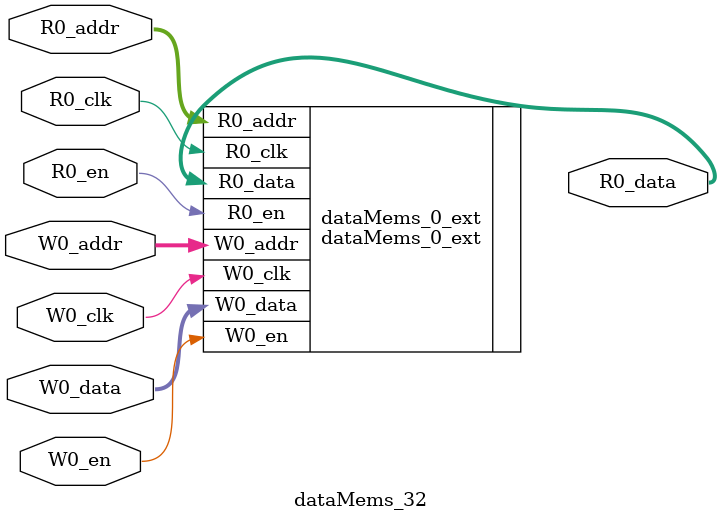
<source format=sv>
`ifndef RANDOMIZE
  `ifdef RANDOMIZE_REG_INIT
    `define RANDOMIZE
  `endif // RANDOMIZE_REG_INIT
`endif // not def RANDOMIZE
`ifndef RANDOMIZE
  `ifdef RANDOMIZE_MEM_INIT
    `define RANDOMIZE
  `endif // RANDOMIZE_MEM_INIT
`endif // not def RANDOMIZE

`ifndef RANDOM
  `define RANDOM $random
`endif // not def RANDOM

// Users can define 'PRINTF_COND' to add an extra gate to prints.
`ifndef PRINTF_COND_
  `ifdef PRINTF_COND
    `define PRINTF_COND_ (`PRINTF_COND)
  `else  // PRINTF_COND
    `define PRINTF_COND_ 1
  `endif // PRINTF_COND
`endif // not def PRINTF_COND_

// Users can define 'ASSERT_VERBOSE_COND' to add an extra gate to assert error printing.
`ifndef ASSERT_VERBOSE_COND_
  `ifdef ASSERT_VERBOSE_COND
    `define ASSERT_VERBOSE_COND_ (`ASSERT_VERBOSE_COND)
  `else  // ASSERT_VERBOSE_COND
    `define ASSERT_VERBOSE_COND_ 1
  `endif // ASSERT_VERBOSE_COND
`endif // not def ASSERT_VERBOSE_COND_

// Users can define 'STOP_COND' to add an extra gate to stop conditions.
`ifndef STOP_COND_
  `ifdef STOP_COND
    `define STOP_COND_ (`STOP_COND)
  `else  // STOP_COND
    `define STOP_COND_ 1
  `endif // STOP_COND
`endif // not def STOP_COND_

// Users can define INIT_RANDOM as general code that gets injected into the
// initializer block for modules with registers.
`ifndef INIT_RANDOM
  `define INIT_RANDOM
`endif // not def INIT_RANDOM

// If using random initialization, you can also define RANDOMIZE_DELAY to
// customize the delay used, otherwise 0.002 is used.
`ifndef RANDOMIZE_DELAY
  `define RANDOMIZE_DELAY 0.002
`endif // not def RANDOMIZE_DELAY

// Define INIT_RANDOM_PROLOG_ for use in our modules below.
`ifndef INIT_RANDOM_PROLOG_
  `ifdef RANDOMIZE
    `ifdef VERILATOR
      `define INIT_RANDOM_PROLOG_ `INIT_RANDOM
    `else  // VERILATOR
      `define INIT_RANDOM_PROLOG_ `INIT_RANDOM #`RANDOMIZE_DELAY begin end
    `endif // VERILATOR
  `else  // RANDOMIZE
    `define INIT_RANDOM_PROLOG_
  `endif // RANDOMIZE
`endif // not def INIT_RANDOM_PROLOG_

// Include register initializers in init blocks unless synthesis is set
`ifndef SYNTHESIS
  `ifndef ENABLE_INITIAL_REG_
    `define ENABLE_INITIAL_REG_
  `endif // not def ENABLE_INITIAL_REG_
`endif // not def SYNTHESIS

// Include rmemory initializers in init blocks unless synthesis is set
`ifndef SYNTHESIS
  `ifndef ENABLE_INITIAL_MEM_
    `define ENABLE_INITIAL_MEM_
  `endif // not def ENABLE_INITIAL_MEM_
`endif // not def SYNTHESIS

module dataMems_32(	// @[generators/ara/src/main/scala/UnsafeAXI4ToTL.scala:365:62]
  input  [4:0]   R0_addr,
  input          R0_en,
  input          R0_clk,
  output [130:0] R0_data,
  input  [4:0]   W0_addr,
  input          W0_en,
  input          W0_clk,
  input  [130:0] W0_data
);

  dataMems_0_ext dataMems_0_ext (	// @[generators/ara/src/main/scala/UnsafeAXI4ToTL.scala:365:62]
    .R0_addr (R0_addr),
    .R0_en   (R0_en),
    .R0_clk  (R0_clk),
    .R0_data (R0_data),
    .W0_addr (W0_addr),
    .W0_en   (W0_en),
    .W0_clk  (W0_clk),
    .W0_data (W0_data)
  );
endmodule


</source>
